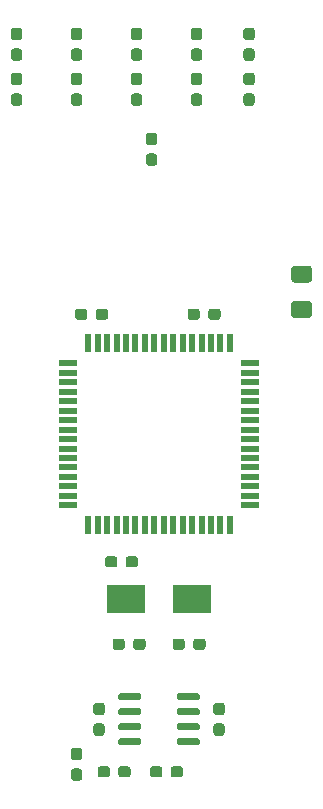
<source format=gbr>
%TF.GenerationSoftware,KiCad,Pcbnew,5.1.8-db9833491~88~ubuntu18.04.1*%
%TF.CreationDate,2020-12-07T13:57:58+00:00*%
%TF.ProjectId,z80_monitor,7a38305f-6d6f-46e6-9974-6f722e6b6963,1*%
%TF.SameCoordinates,Original*%
%TF.FileFunction,Paste,Top*%
%TF.FilePolarity,Positive*%
%FSLAX46Y46*%
G04 Gerber Fmt 4.6, Leading zero omitted, Abs format (unit mm)*
G04 Created by KiCad (PCBNEW 5.1.8-db9833491~88~ubuntu18.04.1) date 2020-12-07 13:57:58*
%MOMM*%
%LPD*%
G01*
G04 APERTURE LIST*
%ADD10R,1.500000X0.550000*%
%ADD11R,0.550000X1.500000*%
%ADD12R,3.325000X2.400000*%
G04 APERTURE END LIST*
%TO.C,C2*%
G36*
G01*
X119095000Y-117712500D02*
X119095000Y-117237500D01*
G75*
G02*
X119332500Y-117000000I237500J0D01*
G01*
X119907500Y-117000000D01*
G75*
G02*
X120145000Y-117237500I0J-237500D01*
G01*
X120145000Y-117712500D01*
G75*
G02*
X119907500Y-117950000I-237500J0D01*
G01*
X119332500Y-117950000D01*
G75*
G02*
X119095000Y-117712500I0J237500D01*
G01*
G37*
G36*
G01*
X117345000Y-117712500D02*
X117345000Y-117237500D01*
G75*
G02*
X117582500Y-117000000I237500J0D01*
G01*
X118157500Y-117000000D01*
G75*
G02*
X118395000Y-117237500I0J-237500D01*
G01*
X118395000Y-117712500D01*
G75*
G02*
X118157500Y-117950000I-237500J0D01*
G01*
X117582500Y-117950000D01*
G75*
G02*
X117345000Y-117712500I0J237500D01*
G01*
G37*
%TD*%
%TO.C,D5*%
G36*
G01*
X121047500Y-56230000D02*
X121522500Y-56230000D01*
G75*
G02*
X121760000Y-56467500I0J-237500D01*
G01*
X121760000Y-57042500D01*
G75*
G02*
X121522500Y-57280000I-237500J0D01*
G01*
X121047500Y-57280000D01*
G75*
G02*
X120810000Y-57042500I0J237500D01*
G01*
X120810000Y-56467500D01*
G75*
G02*
X121047500Y-56230000I237500J0D01*
G01*
G37*
G36*
G01*
X121047500Y-54480000D02*
X121522500Y-54480000D01*
G75*
G02*
X121760000Y-54717500I0J-237500D01*
G01*
X121760000Y-55292500D01*
G75*
G02*
X121522500Y-55530000I-237500J0D01*
G01*
X121047500Y-55530000D01*
G75*
G02*
X120810000Y-55292500I0J237500D01*
G01*
X120810000Y-54717500D01*
G75*
G02*
X121047500Y-54480000I237500J0D01*
G01*
G37*
%TD*%
D10*
%TO.C,U2*%
X110410000Y-82900000D03*
X110410000Y-83700000D03*
X110410000Y-84500000D03*
X110410000Y-85300000D03*
X110410000Y-86100000D03*
X110410000Y-86900000D03*
X110410000Y-87700000D03*
X110410000Y-88500000D03*
X110410000Y-89300000D03*
X110410000Y-90100000D03*
X110410000Y-90900000D03*
X110410000Y-91700000D03*
X110410000Y-92500000D03*
X110410000Y-93300000D03*
X110410000Y-94100000D03*
X110410000Y-94900000D03*
D11*
X112110000Y-96600000D03*
X112910000Y-96600000D03*
X113710000Y-96600000D03*
X114510000Y-96600000D03*
X115310000Y-96600000D03*
X116110000Y-96600000D03*
X116910000Y-96600000D03*
X117710000Y-96600000D03*
X118510000Y-96600000D03*
X119310000Y-96600000D03*
X120110000Y-96600000D03*
X120910000Y-96600000D03*
X121710000Y-96600000D03*
X122510000Y-96600000D03*
X123310000Y-96600000D03*
X124110000Y-96600000D03*
D10*
X125810000Y-94900000D03*
X125810000Y-94100000D03*
X125810000Y-93300000D03*
X125810000Y-92500000D03*
X125810000Y-91700000D03*
X125810000Y-90900000D03*
X125810000Y-90100000D03*
X125810000Y-89300000D03*
X125810000Y-88500000D03*
X125810000Y-87700000D03*
X125810000Y-86900000D03*
X125810000Y-86100000D03*
X125810000Y-85300000D03*
X125810000Y-84500000D03*
X125810000Y-83700000D03*
X125810000Y-82900000D03*
D11*
X124110000Y-81200000D03*
X123310000Y-81200000D03*
X122510000Y-81200000D03*
X121710000Y-81200000D03*
X120910000Y-81200000D03*
X120110000Y-81200000D03*
X119310000Y-81200000D03*
X118510000Y-81200000D03*
X117710000Y-81200000D03*
X116910000Y-81200000D03*
X116110000Y-81200000D03*
X115310000Y-81200000D03*
X114510000Y-81200000D03*
X113710000Y-81200000D03*
X112910000Y-81200000D03*
X112110000Y-81200000D03*
%TD*%
%TO.C,C5*%
G36*
G01*
X123427500Y-112680000D02*
X122952500Y-112680000D01*
G75*
G02*
X122715000Y-112442500I0J237500D01*
G01*
X122715000Y-111867500D01*
G75*
G02*
X122952500Y-111630000I237500J0D01*
G01*
X123427500Y-111630000D01*
G75*
G02*
X123665000Y-111867500I0J-237500D01*
G01*
X123665000Y-112442500D01*
G75*
G02*
X123427500Y-112680000I-237500J0D01*
G01*
G37*
G36*
G01*
X123427500Y-114430000D02*
X122952500Y-114430000D01*
G75*
G02*
X122715000Y-114192500I0J237500D01*
G01*
X122715000Y-113617500D01*
G75*
G02*
X122952500Y-113380000I237500J0D01*
G01*
X123427500Y-113380000D01*
G75*
G02*
X123665000Y-113617500I0J-237500D01*
G01*
X123665000Y-114192500D01*
G75*
G02*
X123427500Y-114430000I-237500J0D01*
G01*
G37*
%TD*%
%TO.C,C8*%
G36*
G01*
X115285000Y-99932500D02*
X115285000Y-99457500D01*
G75*
G02*
X115522500Y-99220000I237500J0D01*
G01*
X116097500Y-99220000D01*
G75*
G02*
X116335000Y-99457500I0J-237500D01*
G01*
X116335000Y-99932500D01*
G75*
G02*
X116097500Y-100170000I-237500J0D01*
G01*
X115522500Y-100170000D01*
G75*
G02*
X115285000Y-99932500I0J237500D01*
G01*
G37*
G36*
G01*
X113535000Y-99932500D02*
X113535000Y-99457500D01*
G75*
G02*
X113772500Y-99220000I237500J0D01*
G01*
X114347500Y-99220000D01*
G75*
G02*
X114585000Y-99457500I0J-237500D01*
G01*
X114585000Y-99932500D01*
G75*
G02*
X114347500Y-100170000I-237500J0D01*
G01*
X113772500Y-100170000D01*
G75*
G02*
X113535000Y-99932500I0J237500D01*
G01*
G37*
%TD*%
%TO.C,C1*%
G36*
G01*
X113267500Y-112680000D02*
X112792500Y-112680000D01*
G75*
G02*
X112555000Y-112442500I0J237500D01*
G01*
X112555000Y-111867500D01*
G75*
G02*
X112792500Y-111630000I237500J0D01*
G01*
X113267500Y-111630000D01*
G75*
G02*
X113505000Y-111867500I0J-237500D01*
G01*
X113505000Y-112442500D01*
G75*
G02*
X113267500Y-112680000I-237500J0D01*
G01*
G37*
G36*
G01*
X113267500Y-114430000D02*
X112792500Y-114430000D01*
G75*
G02*
X112555000Y-114192500I0J237500D01*
G01*
X112555000Y-113617500D01*
G75*
G02*
X112792500Y-113380000I237500J0D01*
G01*
X113267500Y-113380000D01*
G75*
G02*
X113505000Y-113617500I0J-237500D01*
G01*
X113505000Y-114192500D01*
G75*
G02*
X113267500Y-114430000I-237500J0D01*
G01*
G37*
%TD*%
%TO.C,R2*%
G36*
G01*
X117712500Y-64420000D02*
X117237500Y-64420000D01*
G75*
G02*
X117000000Y-64182500I0J237500D01*
G01*
X117000000Y-63607500D01*
G75*
G02*
X117237500Y-63370000I237500J0D01*
G01*
X117712500Y-63370000D01*
G75*
G02*
X117950000Y-63607500I0J-237500D01*
G01*
X117950000Y-64182500D01*
G75*
G02*
X117712500Y-64420000I-237500J0D01*
G01*
G37*
G36*
G01*
X117712500Y-66170000D02*
X117237500Y-66170000D01*
G75*
G02*
X117000000Y-65932500I0J237500D01*
G01*
X117000000Y-65357500D01*
G75*
G02*
X117237500Y-65120000I237500J0D01*
G01*
X117712500Y-65120000D01*
G75*
G02*
X117950000Y-65357500I0J-237500D01*
G01*
X117950000Y-65932500D01*
G75*
G02*
X117712500Y-66170000I-237500J0D01*
G01*
G37*
%TD*%
%TO.C,C9*%
G36*
G01*
X130800000Y-76060000D02*
X129550000Y-76060000D01*
G75*
G02*
X129300000Y-75810000I0J250000D01*
G01*
X129300000Y-74885000D01*
G75*
G02*
X129550000Y-74635000I250000J0D01*
G01*
X130800000Y-74635000D01*
G75*
G02*
X131050000Y-74885000I0J-250000D01*
G01*
X131050000Y-75810000D01*
G75*
G02*
X130800000Y-76060000I-250000J0D01*
G01*
G37*
G36*
G01*
X130800000Y-79035000D02*
X129550000Y-79035000D01*
G75*
G02*
X129300000Y-78785000I0J250000D01*
G01*
X129300000Y-77860000D01*
G75*
G02*
X129550000Y-77610000I250000J0D01*
G01*
X130800000Y-77610000D01*
G75*
G02*
X131050000Y-77860000I0J-250000D01*
G01*
X131050000Y-78785000D01*
G75*
G02*
X130800000Y-79035000I-250000J0D01*
G01*
G37*
%TD*%
%TO.C,C7*%
G36*
G01*
X112745000Y-78977500D02*
X112745000Y-78502500D01*
G75*
G02*
X112982500Y-78265000I237500J0D01*
G01*
X113557500Y-78265000D01*
G75*
G02*
X113795000Y-78502500I0J-237500D01*
G01*
X113795000Y-78977500D01*
G75*
G02*
X113557500Y-79215000I-237500J0D01*
G01*
X112982500Y-79215000D01*
G75*
G02*
X112745000Y-78977500I0J237500D01*
G01*
G37*
G36*
G01*
X110995000Y-78977500D02*
X110995000Y-78502500D01*
G75*
G02*
X111232500Y-78265000I237500J0D01*
G01*
X111807500Y-78265000D01*
G75*
G02*
X112045000Y-78502500I0J-237500D01*
G01*
X112045000Y-78977500D01*
G75*
G02*
X111807500Y-79215000I-237500J0D01*
G01*
X111232500Y-79215000D01*
G75*
G02*
X110995000Y-78977500I0J237500D01*
G01*
G37*
%TD*%
%TO.C,C6*%
G36*
G01*
X121570000Y-78502500D02*
X121570000Y-78977500D01*
G75*
G02*
X121332500Y-79215000I-237500J0D01*
G01*
X120757500Y-79215000D01*
G75*
G02*
X120520000Y-78977500I0J237500D01*
G01*
X120520000Y-78502500D01*
G75*
G02*
X120757500Y-78265000I237500J0D01*
G01*
X121332500Y-78265000D01*
G75*
G02*
X121570000Y-78502500I0J-237500D01*
G01*
G37*
G36*
G01*
X123320000Y-78502500D02*
X123320000Y-78977500D01*
G75*
G02*
X123082500Y-79215000I-237500J0D01*
G01*
X122507500Y-79215000D01*
G75*
G02*
X122270000Y-78977500I0J237500D01*
G01*
X122270000Y-78502500D01*
G75*
G02*
X122507500Y-78265000I237500J0D01*
G01*
X123082500Y-78265000D01*
G75*
G02*
X123320000Y-78502500I0J-237500D01*
G01*
G37*
%TD*%
%TO.C,C4*%
G36*
G01*
X115920000Y-106917500D02*
X115920000Y-106442500D01*
G75*
G02*
X116157500Y-106205000I237500J0D01*
G01*
X116732500Y-106205000D01*
G75*
G02*
X116970000Y-106442500I0J-237500D01*
G01*
X116970000Y-106917500D01*
G75*
G02*
X116732500Y-107155000I-237500J0D01*
G01*
X116157500Y-107155000D01*
G75*
G02*
X115920000Y-106917500I0J237500D01*
G01*
G37*
G36*
G01*
X114170000Y-106917500D02*
X114170000Y-106442500D01*
G75*
G02*
X114407500Y-106205000I237500J0D01*
G01*
X114982500Y-106205000D01*
G75*
G02*
X115220000Y-106442500I0J-237500D01*
G01*
X115220000Y-106917500D01*
G75*
G02*
X114982500Y-107155000I-237500J0D01*
G01*
X114407500Y-107155000D01*
G75*
G02*
X114170000Y-106917500I0J237500D01*
G01*
G37*
%TD*%
%TO.C,C3*%
G36*
G01*
X120300000Y-106442500D02*
X120300000Y-106917500D01*
G75*
G02*
X120062500Y-107155000I-237500J0D01*
G01*
X119487500Y-107155000D01*
G75*
G02*
X119250000Y-106917500I0J237500D01*
G01*
X119250000Y-106442500D01*
G75*
G02*
X119487500Y-106205000I237500J0D01*
G01*
X120062500Y-106205000D01*
G75*
G02*
X120300000Y-106442500I0J-237500D01*
G01*
G37*
G36*
G01*
X122050000Y-106442500D02*
X122050000Y-106917500D01*
G75*
G02*
X121812500Y-107155000I-237500J0D01*
G01*
X121237500Y-107155000D01*
G75*
G02*
X121000000Y-106917500I0J237500D01*
G01*
X121000000Y-106442500D01*
G75*
G02*
X121237500Y-106205000I237500J0D01*
G01*
X121812500Y-106205000D01*
G75*
G02*
X122050000Y-106442500I0J-237500D01*
G01*
G37*
%TD*%
%TO.C,R7*%
G36*
G01*
X125967500Y-59340000D02*
X125492500Y-59340000D01*
G75*
G02*
X125255000Y-59102500I0J237500D01*
G01*
X125255000Y-58527500D01*
G75*
G02*
X125492500Y-58290000I237500J0D01*
G01*
X125967500Y-58290000D01*
G75*
G02*
X126205000Y-58527500I0J-237500D01*
G01*
X126205000Y-59102500D01*
G75*
G02*
X125967500Y-59340000I-237500J0D01*
G01*
G37*
G36*
G01*
X125967500Y-61090000D02*
X125492500Y-61090000D01*
G75*
G02*
X125255000Y-60852500I0J237500D01*
G01*
X125255000Y-60277500D01*
G75*
G02*
X125492500Y-60040000I237500J0D01*
G01*
X125967500Y-60040000D01*
G75*
G02*
X126205000Y-60277500I0J-237500D01*
G01*
X126205000Y-60852500D01*
G75*
G02*
X125967500Y-61090000I-237500J0D01*
G01*
G37*
%TD*%
%TO.C,R6*%
G36*
G01*
X121522500Y-59340000D02*
X121047500Y-59340000D01*
G75*
G02*
X120810000Y-59102500I0J237500D01*
G01*
X120810000Y-58527500D01*
G75*
G02*
X121047500Y-58290000I237500J0D01*
G01*
X121522500Y-58290000D01*
G75*
G02*
X121760000Y-58527500I0J-237500D01*
G01*
X121760000Y-59102500D01*
G75*
G02*
X121522500Y-59340000I-237500J0D01*
G01*
G37*
G36*
G01*
X121522500Y-61090000D02*
X121047500Y-61090000D01*
G75*
G02*
X120810000Y-60852500I0J237500D01*
G01*
X120810000Y-60277500D01*
G75*
G02*
X121047500Y-60040000I237500J0D01*
G01*
X121522500Y-60040000D01*
G75*
G02*
X121760000Y-60277500I0J-237500D01*
G01*
X121760000Y-60852500D01*
G75*
G02*
X121522500Y-61090000I-237500J0D01*
G01*
G37*
%TD*%
%TO.C,R5*%
G36*
G01*
X116442500Y-59340000D02*
X115967500Y-59340000D01*
G75*
G02*
X115730000Y-59102500I0J237500D01*
G01*
X115730000Y-58527500D01*
G75*
G02*
X115967500Y-58290000I237500J0D01*
G01*
X116442500Y-58290000D01*
G75*
G02*
X116680000Y-58527500I0J-237500D01*
G01*
X116680000Y-59102500D01*
G75*
G02*
X116442500Y-59340000I-237500J0D01*
G01*
G37*
G36*
G01*
X116442500Y-61090000D02*
X115967500Y-61090000D01*
G75*
G02*
X115730000Y-60852500I0J237500D01*
G01*
X115730000Y-60277500D01*
G75*
G02*
X115967500Y-60040000I237500J0D01*
G01*
X116442500Y-60040000D01*
G75*
G02*
X116680000Y-60277500I0J-237500D01*
G01*
X116680000Y-60852500D01*
G75*
G02*
X116442500Y-61090000I-237500J0D01*
G01*
G37*
%TD*%
%TO.C,R4*%
G36*
G01*
X106282500Y-59340000D02*
X105807500Y-59340000D01*
G75*
G02*
X105570000Y-59102500I0J237500D01*
G01*
X105570000Y-58527500D01*
G75*
G02*
X105807500Y-58290000I237500J0D01*
G01*
X106282500Y-58290000D01*
G75*
G02*
X106520000Y-58527500I0J-237500D01*
G01*
X106520000Y-59102500D01*
G75*
G02*
X106282500Y-59340000I-237500J0D01*
G01*
G37*
G36*
G01*
X106282500Y-61090000D02*
X105807500Y-61090000D01*
G75*
G02*
X105570000Y-60852500I0J237500D01*
G01*
X105570000Y-60277500D01*
G75*
G02*
X105807500Y-60040000I237500J0D01*
G01*
X106282500Y-60040000D01*
G75*
G02*
X106520000Y-60277500I0J-237500D01*
G01*
X106520000Y-60852500D01*
G75*
G02*
X106282500Y-61090000I-237500J0D01*
G01*
G37*
%TD*%
%TO.C,R3*%
G36*
G01*
X110887500Y-60040000D02*
X111362500Y-60040000D01*
G75*
G02*
X111600000Y-60277500I0J-237500D01*
G01*
X111600000Y-60852500D01*
G75*
G02*
X111362500Y-61090000I-237500J0D01*
G01*
X110887500Y-61090000D01*
G75*
G02*
X110650000Y-60852500I0J237500D01*
G01*
X110650000Y-60277500D01*
G75*
G02*
X110887500Y-60040000I237500J0D01*
G01*
G37*
G36*
G01*
X110887500Y-58290000D02*
X111362500Y-58290000D01*
G75*
G02*
X111600000Y-58527500I0J-237500D01*
G01*
X111600000Y-59102500D01*
G75*
G02*
X111362500Y-59340000I-237500J0D01*
G01*
X110887500Y-59340000D01*
G75*
G02*
X110650000Y-59102500I0J237500D01*
G01*
X110650000Y-58527500D01*
G75*
G02*
X110887500Y-58290000I237500J0D01*
G01*
G37*
%TD*%
%TO.C,R1*%
G36*
G01*
X113950000Y-117237500D02*
X113950000Y-117712500D01*
G75*
G02*
X113712500Y-117950000I-237500J0D01*
G01*
X113137500Y-117950000D01*
G75*
G02*
X112900000Y-117712500I0J237500D01*
G01*
X112900000Y-117237500D01*
G75*
G02*
X113137500Y-117000000I237500J0D01*
G01*
X113712500Y-117000000D01*
G75*
G02*
X113950000Y-117237500I0J-237500D01*
G01*
G37*
G36*
G01*
X115700000Y-117237500D02*
X115700000Y-117712500D01*
G75*
G02*
X115462500Y-117950000I-237500J0D01*
G01*
X114887500Y-117950000D01*
G75*
G02*
X114650000Y-117712500I0J237500D01*
G01*
X114650000Y-117237500D01*
G75*
G02*
X114887500Y-117000000I237500J0D01*
G01*
X115462500Y-117000000D01*
G75*
G02*
X115700000Y-117237500I0J-237500D01*
G01*
G37*
%TD*%
%TO.C,D6*%
G36*
G01*
X125492500Y-56230000D02*
X125967500Y-56230000D01*
G75*
G02*
X126205000Y-56467500I0J-237500D01*
G01*
X126205000Y-57042500D01*
G75*
G02*
X125967500Y-57280000I-237500J0D01*
G01*
X125492500Y-57280000D01*
G75*
G02*
X125255000Y-57042500I0J237500D01*
G01*
X125255000Y-56467500D01*
G75*
G02*
X125492500Y-56230000I237500J0D01*
G01*
G37*
G36*
G01*
X125492500Y-54480000D02*
X125967500Y-54480000D01*
G75*
G02*
X126205000Y-54717500I0J-237500D01*
G01*
X126205000Y-55292500D01*
G75*
G02*
X125967500Y-55530000I-237500J0D01*
G01*
X125492500Y-55530000D01*
G75*
G02*
X125255000Y-55292500I0J237500D01*
G01*
X125255000Y-54717500D01*
G75*
G02*
X125492500Y-54480000I237500J0D01*
G01*
G37*
%TD*%
%TO.C,D4*%
G36*
G01*
X115967500Y-56230000D02*
X116442500Y-56230000D01*
G75*
G02*
X116680000Y-56467500I0J-237500D01*
G01*
X116680000Y-57042500D01*
G75*
G02*
X116442500Y-57280000I-237500J0D01*
G01*
X115967500Y-57280000D01*
G75*
G02*
X115730000Y-57042500I0J237500D01*
G01*
X115730000Y-56467500D01*
G75*
G02*
X115967500Y-56230000I237500J0D01*
G01*
G37*
G36*
G01*
X115967500Y-54480000D02*
X116442500Y-54480000D01*
G75*
G02*
X116680000Y-54717500I0J-237500D01*
G01*
X116680000Y-55292500D01*
G75*
G02*
X116442500Y-55530000I-237500J0D01*
G01*
X115967500Y-55530000D01*
G75*
G02*
X115730000Y-55292500I0J237500D01*
G01*
X115730000Y-54717500D01*
G75*
G02*
X115967500Y-54480000I237500J0D01*
G01*
G37*
%TD*%
%TO.C,D3*%
G36*
G01*
X105807500Y-56230000D02*
X106282500Y-56230000D01*
G75*
G02*
X106520000Y-56467500I0J-237500D01*
G01*
X106520000Y-57042500D01*
G75*
G02*
X106282500Y-57280000I-237500J0D01*
G01*
X105807500Y-57280000D01*
G75*
G02*
X105570000Y-57042500I0J237500D01*
G01*
X105570000Y-56467500D01*
G75*
G02*
X105807500Y-56230000I237500J0D01*
G01*
G37*
G36*
G01*
X105807500Y-54480000D02*
X106282500Y-54480000D01*
G75*
G02*
X106520000Y-54717500I0J-237500D01*
G01*
X106520000Y-55292500D01*
G75*
G02*
X106282500Y-55530000I-237500J0D01*
G01*
X105807500Y-55530000D01*
G75*
G02*
X105570000Y-55292500I0J237500D01*
G01*
X105570000Y-54717500D01*
G75*
G02*
X105807500Y-54480000I237500J0D01*
G01*
G37*
%TD*%
%TO.C,D2*%
G36*
G01*
X110887500Y-56230000D02*
X111362500Y-56230000D01*
G75*
G02*
X111600000Y-56467500I0J-237500D01*
G01*
X111600000Y-57042500D01*
G75*
G02*
X111362500Y-57280000I-237500J0D01*
G01*
X110887500Y-57280000D01*
G75*
G02*
X110650000Y-57042500I0J237500D01*
G01*
X110650000Y-56467500D01*
G75*
G02*
X110887500Y-56230000I237500J0D01*
G01*
G37*
G36*
G01*
X110887500Y-54480000D02*
X111362500Y-54480000D01*
G75*
G02*
X111600000Y-54717500I0J-237500D01*
G01*
X111600000Y-55292500D01*
G75*
G02*
X111362500Y-55530000I-237500J0D01*
G01*
X110887500Y-55530000D01*
G75*
G02*
X110650000Y-55292500I0J237500D01*
G01*
X110650000Y-54717500D01*
G75*
G02*
X110887500Y-54480000I237500J0D01*
G01*
G37*
%TD*%
%TO.C,D1*%
G36*
G01*
X111362500Y-116490000D02*
X110887500Y-116490000D01*
G75*
G02*
X110650000Y-116252500I0J237500D01*
G01*
X110650000Y-115677500D01*
G75*
G02*
X110887500Y-115440000I237500J0D01*
G01*
X111362500Y-115440000D01*
G75*
G02*
X111600000Y-115677500I0J-237500D01*
G01*
X111600000Y-116252500D01*
G75*
G02*
X111362500Y-116490000I-237500J0D01*
G01*
G37*
G36*
G01*
X111362500Y-118240000D02*
X110887500Y-118240000D01*
G75*
G02*
X110650000Y-118002500I0J237500D01*
G01*
X110650000Y-117427500D01*
G75*
G02*
X110887500Y-117190000I237500J0D01*
G01*
X111362500Y-117190000D01*
G75*
G02*
X111600000Y-117427500I0J-237500D01*
G01*
X111600000Y-118002500D01*
G75*
G02*
X111362500Y-118240000I-237500J0D01*
G01*
G37*
%TD*%
D12*
%TO.C,Y1*%
X120872500Y-102870000D03*
X115347500Y-102870000D03*
%TD*%
%TO.C,U1*%
G36*
G01*
X119610000Y-111275000D02*
X119610000Y-110975000D01*
G75*
G02*
X119760000Y-110825000I150000J0D01*
G01*
X121410000Y-110825000D01*
G75*
G02*
X121560000Y-110975000I0J-150000D01*
G01*
X121560000Y-111275000D01*
G75*
G02*
X121410000Y-111425000I-150000J0D01*
G01*
X119760000Y-111425000D01*
G75*
G02*
X119610000Y-111275000I0J150000D01*
G01*
G37*
G36*
G01*
X119610000Y-112545000D02*
X119610000Y-112245000D01*
G75*
G02*
X119760000Y-112095000I150000J0D01*
G01*
X121410000Y-112095000D01*
G75*
G02*
X121560000Y-112245000I0J-150000D01*
G01*
X121560000Y-112545000D01*
G75*
G02*
X121410000Y-112695000I-150000J0D01*
G01*
X119760000Y-112695000D01*
G75*
G02*
X119610000Y-112545000I0J150000D01*
G01*
G37*
G36*
G01*
X119610000Y-113815000D02*
X119610000Y-113515000D01*
G75*
G02*
X119760000Y-113365000I150000J0D01*
G01*
X121410000Y-113365000D01*
G75*
G02*
X121560000Y-113515000I0J-150000D01*
G01*
X121560000Y-113815000D01*
G75*
G02*
X121410000Y-113965000I-150000J0D01*
G01*
X119760000Y-113965000D01*
G75*
G02*
X119610000Y-113815000I0J150000D01*
G01*
G37*
G36*
G01*
X119610000Y-115085000D02*
X119610000Y-114785000D01*
G75*
G02*
X119760000Y-114635000I150000J0D01*
G01*
X121410000Y-114635000D01*
G75*
G02*
X121560000Y-114785000I0J-150000D01*
G01*
X121560000Y-115085000D01*
G75*
G02*
X121410000Y-115235000I-150000J0D01*
G01*
X119760000Y-115235000D01*
G75*
G02*
X119610000Y-115085000I0J150000D01*
G01*
G37*
G36*
G01*
X114660000Y-115085000D02*
X114660000Y-114785000D01*
G75*
G02*
X114810000Y-114635000I150000J0D01*
G01*
X116460000Y-114635000D01*
G75*
G02*
X116610000Y-114785000I0J-150000D01*
G01*
X116610000Y-115085000D01*
G75*
G02*
X116460000Y-115235000I-150000J0D01*
G01*
X114810000Y-115235000D01*
G75*
G02*
X114660000Y-115085000I0J150000D01*
G01*
G37*
G36*
G01*
X114660000Y-113815000D02*
X114660000Y-113515000D01*
G75*
G02*
X114810000Y-113365000I150000J0D01*
G01*
X116460000Y-113365000D01*
G75*
G02*
X116610000Y-113515000I0J-150000D01*
G01*
X116610000Y-113815000D01*
G75*
G02*
X116460000Y-113965000I-150000J0D01*
G01*
X114810000Y-113965000D01*
G75*
G02*
X114660000Y-113815000I0J150000D01*
G01*
G37*
G36*
G01*
X114660000Y-112545000D02*
X114660000Y-112245000D01*
G75*
G02*
X114810000Y-112095000I150000J0D01*
G01*
X116460000Y-112095000D01*
G75*
G02*
X116610000Y-112245000I0J-150000D01*
G01*
X116610000Y-112545000D01*
G75*
G02*
X116460000Y-112695000I-150000J0D01*
G01*
X114810000Y-112695000D01*
G75*
G02*
X114660000Y-112545000I0J150000D01*
G01*
G37*
G36*
G01*
X114660000Y-111275000D02*
X114660000Y-110975000D01*
G75*
G02*
X114810000Y-110825000I150000J0D01*
G01*
X116460000Y-110825000D01*
G75*
G02*
X116610000Y-110975000I0J-150000D01*
G01*
X116610000Y-111275000D01*
G75*
G02*
X116460000Y-111425000I-150000J0D01*
G01*
X114810000Y-111425000D01*
G75*
G02*
X114660000Y-111275000I0J150000D01*
G01*
G37*
%TD*%
M02*

</source>
